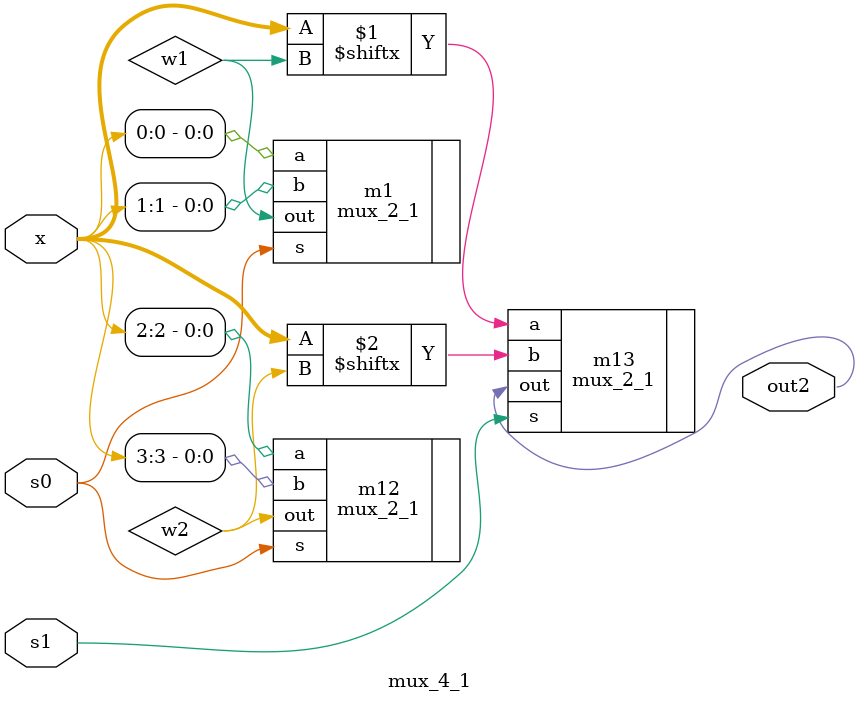
<source format=v>

module mux_4_1(x,s0,s1,out2);

input [3:0]x;
input s1,s0;

output out2;

wire w1,w2;

// instantiation 

mux_2_1 m1(.a(x[0]), .b(x[1]), .s(s0), .out(w1));
mux_2_1 m12(.a(x[2]), .b(x[3]), .s(s0), .out(w2));
mux_2_1 m13(.a(x[w1]), .b(x[w2]), .s(s1), .out(out2));

endmodule
</source>
